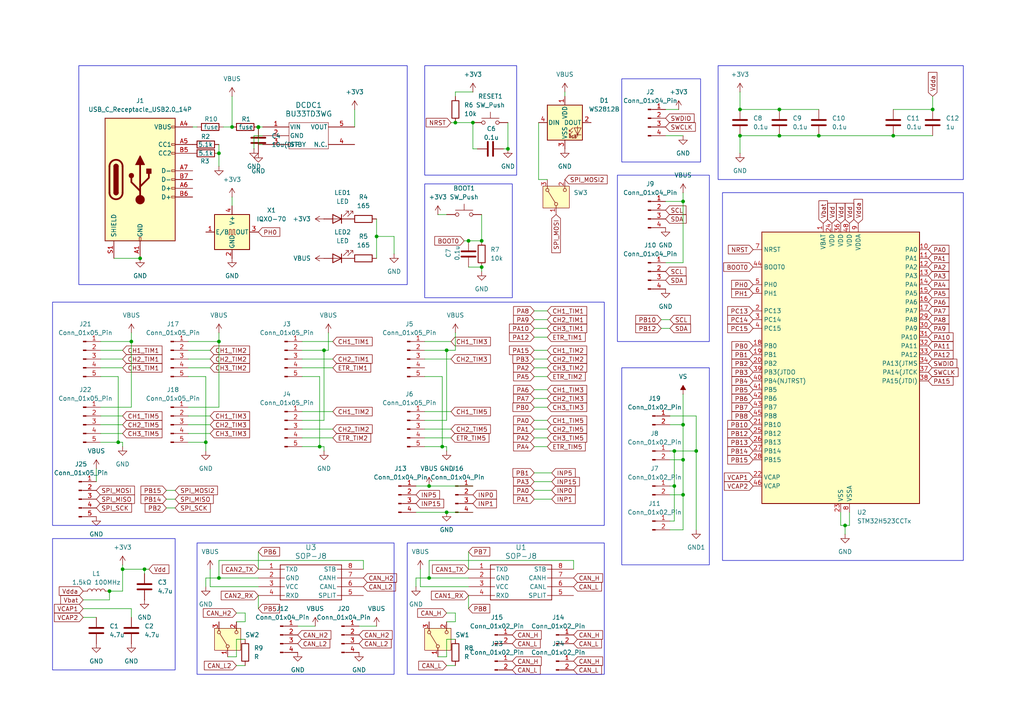
<source format=kicad_sch>
(kicad_sch (version 20250114) (generator "eeschema") (generator_version "9.0")
  (paper "A4")
  (rectangle (start 22.86 19.05) (end 118.11 82.55))
  (rectangle (start 209.55 55.88) (end 279.4 162.56))
  (rectangle (start 123.19 19.05) (end 149.86 50.8))
  (rectangle (start 180.34 106.68) (end 205.74 163.83))
  (rectangle (start 118.11 157.48) (end 175.26 195.58))
  (rectangle (start 123.19 53.34) (end 148.59 86.36))
  (rectangle (start 15.24 87.63) (end 175.26 152.4))
  (rectangle (start 179.07 50.8) (end 205.74 99.06))
  (rectangle (start 57.15 157.48) (end 114.3 195.58))
  (rectangle (start 15.24 156.21) (end 50.8 194.31))
  (rectangle (start 208.28 19.05) (end 279.4 52.07))
  (rectangle (start 180.34 22.86) (end 203.2 46.99))
  (junction (at 31.75 171.45))
  (junction (at 35.56 165.1))
  (junction (at 63.5 99.06))
  (junction (at 195.58 140.97))
  (junction (at 59.69 128.27))
  (junction (at 245.11 152.4))
  (junction (at 38.1 99.06))
  (junction (at 128.27 129.54))
  (junction (at 109.22 68.58))
  (junction (at 74.93 36.83))
  (junction (at 40.64 74.93))
  (junction (at 195.58 130.81))
  (junction (at 93.98 101.6))
  (junction (at 34.29 128.27))
  (junction (at 198.12 143.51))
  (junction (at 198.12 123.19))
  (junction (at 270.51 31.75))
  (junction (at 214.63 39.37))
  (junction (at 92.71 129.54))
  (junction (at 201.93 130.81))
  (junction (at 41.91 165.1))
  (junction (at 67.31 36.83))
  (junction (at 226.06 31.75))
  (junction (at 139.7 77.47))
  (junction (at 132.08 35.56))
  (junction (at 74.93 36.8964))
  (junction (at 259.08 39.37))
  (junction (at 214.63 31.75))
  (junction (at 63.5 44.45))
  (junction (at 137.16 35.56))
  (junction (at 129.54 148.59))
  (junction (at 237.49 39.37))
  (junction (at 198.12 133.35))
  (junction (at 135.89 69.85))
  (junction (at 139.7 69.85))
  (junction (at 147.32 43.18))
  (junction (at 63.5 167.64))
  (junction (at 129.54 101.6))
  (junction (at 198.12 58.42))
  (junction (at 124.46 140.97))
  (junction (at 226.06 39.37))
  (junction (at 124.46 167.64))
  (wire (pts (xy 214.63 26.67) (xy 214.63 31.75)))
  (wire (pts (xy 132.08 26.67) (xy 132.08 27.94)))
  (wire (pts (xy 130.81 35.56) (xy 132.08 35.56)))
  (wire (pts (xy 34.29 109.22) (xy 29.21 109.22)))
  (wire (pts (xy 226.06 31.75) (xy 237.49 31.75)))
  (wire (pts (xy 270.51 27.94) (xy 270.51 31.75)))
  (wire (pts (xy 35.56 171.45) (xy 31.75 171.45)))
  (wire (pts (xy 132.08 185.42) (xy 129.54 185.42)))
  (wire (pts (xy 191.77 92.71) (xy 194.31 92.71)))
  (wire (pts (xy 87.63 109.22) (xy 92.71 109.22)))
  (wire (pts (xy 92.71 109.22) (xy 92.71 129.54)))
  (wire (pts (xy 135.89 160.02) (xy 135.89 165.1)))
  (wire (pts (xy 128.27 109.22) (xy 128.27 129.54)))
  (wire (pts (xy 87.63 121.92) (xy 93.98 121.92)))
  (wire (pts (xy 59.69 167.64) (xy 59.69 170.18)))
  (wire (pts (xy 74.93 36.83) (xy 76.2 36.83)))
  (wire (pts (xy 154.94 121.92) (xy 158.75 121.92)))
  (wire (pts (xy 38.1 99.06) (xy 38.1 118.11)))
  (wire (pts (xy 198.12 55.88) (xy 198.12 58.42)))
  (wire (pts (xy 132.08 180.34) (xy 132.08 177.8)))
  (wire (pts (xy 35.56 128.27) (xy 35.56 129.54)))
  (wire (pts (xy 154.94 109.22) (xy 158.75 109.22)))
  (wire (pts (xy 29.21 120.65) (xy 35.56 120.65)))
  (wire (pts (xy 29.21 125.73) (xy 35.56 125.73)))
  (wire (pts (xy 139.7 78.74) (xy 139.7 77.47)))
  (wire (pts (xy 121.92 170.18) (xy 135.89 170.18)))
  (wire (pts (xy 194.31 133.35) (xy 198.12 133.35)))
  (wire (pts (xy 194.31 153.67) (xy 198.12 153.67)))
  (wire (pts (xy 154.94 101.6) (xy 158.75 101.6)))
  (wire (pts (xy 31.75 173.99) (xy 31.75 171.45)))
  (wire (pts (xy 129.54 121.92) (xy 123.19 121.92)))
  (wire (pts (xy 194.31 123.19) (xy 198.12 123.19)))
  (wire (pts (xy 129.54 148.59) (xy 137.16 148.59)))
  (wire (pts (xy 87.63 101.6) (xy 93.98 101.6)))
  (wire (pts (xy 87.63 106.68) (xy 96.52 106.68)))
  (wire (pts (xy 114.3 68.58) (xy 114.3 73.66)))
  (wire (pts (xy 123.19 127) (xy 130.81 127)))
  (wire (pts (xy 54.61 123.19) (xy 60.96 123.19)))
  (wire (pts (xy 92.71 129.54) (xy 87.63 129.54)))
  (wire (pts (xy 154.94 104.14) (xy 158.75 104.14)))
  (wire (pts (xy 123.19 129.54) (xy 128.27 129.54)))
  (wire (pts (xy 156.21 35.56) (xy 156.21 52.07)))
  (wire (pts (xy 129.54 101.6) (xy 129.54 121.92)))
  (wire (pts (xy 154.94 137.16) (xy 160.02 137.16)))
  (wire (pts (xy 154.94 129.54) (xy 158.75 129.54)))
  (wire (pts (xy 130.81 124.46) (xy 123.19 124.46)))
  (wire (pts (xy 48.26 142.24) (xy 50.8 142.24)))
  (wire (pts (xy 154.94 139.7) (xy 160.02 139.7)))
  (wire (pts (xy 86.36 181.61) (xy 91.44 181.61)))
  (wire (pts (xy 154.94 113.03) (xy 158.75 113.03)))
  (wire (pts (xy 198.12 123.19) (xy 198.12 133.35)))
  (wire (pts (xy 29.21 101.6) (xy 35.56 101.6)))
  (wire (pts (xy 214.63 31.75) (xy 226.06 31.75)))
  (wire (pts (xy 29.21 104.14) (xy 35.56 104.14)))
  (wire (pts (xy 38.1 96.52) (xy 38.1 99.06)))
  (wire (pts (xy 154.94 92.71) (xy 158.75 92.71)))
  (wire (pts (xy 195.58 151.13) (xy 195.58 140.97)))
  (wire (pts (xy 193.04 76.2) (xy 198.12 76.2)))
  (wire (pts (xy 135.89 176.53) (xy 135.89 172.72)))
  (wire (pts (xy 132.08 193.04) (xy 129.54 193.04)))
  (wire (pts (xy 71.12 185.42) (xy 68.58 185.42)))
  (wire (pts (xy 93.98 121.92) (xy 93.98 101.6)))
  (wire (pts (xy 154.94 144.78) (xy 160.02 144.78)))
  (wire (pts (xy 154.94 142.24) (xy 160.02 142.24)))
  (wire (pts (xy 63.5 99.06) (xy 63.5 118.11)))
  (wire (pts (xy 132.08 96.52) (xy 132.08 101.6)))
  (wire (pts (xy 154.94 95.25) (xy 158.75 95.25)))
  (wire (pts (xy 166.37 162.56) (xy 124.46 162.56)))
  (wire (pts (xy 129.54 62.23) (xy 127 62.23)))
  (wire (pts (xy 191.77 95.25) (xy 194.31 95.25)))
  (wire (pts (xy 194.31 130.81) (xy 195.58 130.81)))
  (wire (pts (xy 74.93 36.8964) (xy 74.93 36.83)))
  (wire (pts (xy 132.08 35.56) (xy 137.16 35.56)))
  (wire (pts (xy 63.5 99.06) (xy 54.61 99.06)))
  (wire (pts (xy 237.49 39.37) (xy 259.08 39.37)))
  (wire (pts (xy 128.27 129.54) (xy 129.54 129.54)))
  (wire (pts (xy 193.04 39.37) (xy 198.12 39.37)))
  (wire (pts (xy 29.21 106.68) (xy 35.56 106.68)))
  (wire (pts (xy 154.94 124.46) (xy 158.75 124.46)))
  (wire (pts (xy 132.08 101.6) (xy 129.54 101.6)))
  (wire (pts (xy 29.21 123.19) (xy 35.56 123.19)))
  (wire (pts (xy 123.19 101.6) (xy 129.54 101.6)))
  (wire (pts (xy 198.12 133.35) (xy 198.12 143.51)))
  (wire (pts (xy 59.69 109.22) (xy 54.61 109.22)))
  (wire (pts (xy 96.52 99.06) (xy 87.63 99.06)))
  (wire (pts (xy 96.52 124.46) (xy 87.63 124.46)))
  (wire (pts (xy 130.81 119.38) (xy 123.19 119.38)))
  (wire (pts (xy 59.69 128.27) (xy 54.61 128.27)))
  (wire (pts (xy 135.89 77.47) (xy 139.7 77.47)))
  (wire (pts (xy 120.65 148.59) (xy 129.54 148.59)))
  (wire (pts (xy 54.61 120.65) (xy 60.96 120.65)))
  (wire (pts (xy 74.93 176.53) (xy 74.93 172.72)))
  (wire (pts (xy 24.13 179.07) (xy 27.94 179.07)))
  (wire (pts (xy 134.62 69.85) (xy 135.89 69.85)))
  (wire (pts (xy 68.58 180.34) (xy 71.12 180.34)))
  (wire (pts (xy 245.11 154.94) (xy 245.11 152.4)))
  (wire (pts (xy 214.63 39.37) (xy 214.63 44.45)))
  (wire (pts (xy 35.56 165.1) (xy 41.91 165.1)))
  (wire (pts (xy 195.58 130.81) (xy 195.58 140.97)))
  (wire (pts (xy 73.66 39.37) (xy 73.66 43.18)))
  (wire (pts (xy 259.08 39.37) (xy 270.51 39.37)))
  (wire (pts (xy 38.1 99.06) (xy 29.21 99.06)))
  (wire (pts (xy 129.54 180.34) (xy 132.08 180.34)))
  (wire (pts (xy 93.98 130.81) (xy 93.98 129.54)))
  (wire (pts (xy 154.94 106.68) (xy 158.75 106.68)))
  (wire (pts (xy 135.89 69.85) (xy 139.7 69.85)))
  (wire (pts (xy 198.12 76.2) (xy 198.12 58.42)))
  (wire (pts (xy 96.52 104.14) (xy 87.63 104.14)))
  (wire (pts (xy 60.96 165.1) (xy 60.96 170.18)))
  (wire (pts (xy 154.94 127) (xy 158.75 127)))
  (wire (pts (xy 114.3 68.58) (xy 109.22 68.58)))
  (wire (pts (xy 132.08 177.8) (xy 129.54 177.8)))
  (wire (pts (xy 102.87 31.75) (xy 102.87 36.83)))
  (wire (pts (xy 120.65 167.64) (xy 124.46 167.64)))
  (wire (pts (xy 166.37 165.1) (xy 166.37 162.56)))
  (wire (pts (xy 201.93 153.67) (xy 201.93 130.81)))
  (wire (pts (xy 198.12 114.3) (xy 198.12 123.19)))
  (wire (pts (xy 154.94 115.57) (xy 158.75 115.57)))
  (wire (pts (xy 226.06 39.37) (xy 237.49 39.37)))
  (wire (pts (xy 60.96 170.18) (xy 74.93 170.18)))
  (wire (pts (xy 132.08 26.67) (xy 137.16 26.67)))
  (wire (pts (xy 129.54 185.42) (xy 129.54 190.5)))
  (wire (pts (xy 193.04 31.75) (xy 196.85 31.75)))
  (wire (pts (xy 121.92 165.1) (xy 121.92 170.18)))
  (wire (pts (xy 33.02 74.93) (xy 40.64 74.93)))
  (wire (pts (xy 246.38 152.4) (xy 245.11 152.4)))
  (wire (pts (xy 48.26 144.78) (xy 50.8 144.78)))
  (wire (pts (xy 59.69 109.22) (xy 59.69 128.27)))
  (wire (pts (xy 34.29 128.27) (xy 29.21 128.27)))
  (wire (pts (xy 93.98 129.54) (xy 92.71 129.54)))
  (wire (pts (xy 54.61 125.73) (xy 60.96 125.73)))
  (wire (pts (xy 74.93 41.91) (xy 74.93 36.8964)))
  (wire (pts (xy 73.66 39.37) (xy 76.2 39.37)))
  (wire (pts (xy 163.83 26.67) (xy 163.83 27.94)))
  (wire (pts (xy 38.1 179.07) (xy 38.1 176.53)))
  (wire (pts (xy 67.31 27.94) (xy 67.31 36.83)))
  (wire (pts (xy 71.12 177.8) (xy 68.58 177.8)))
  (wire (pts (xy 154.94 118.11) (xy 158.75 118.11)))
  (wire (pts (xy 55.88 36.83) (xy 57.15 36.83)))
  (wire (pts (xy 201.93 120.65) (xy 201.93 130.81)))
  (wire (pts (xy 154.94 97.79) (xy 158.75 97.79)))
  (wire (pts (xy 214.63 39.37) (xy 226.06 39.37)))
  (wire (pts (xy 195.58 140.97) (xy 194.31 140.97)))
  (wire (pts (xy 104.14 181.61) (xy 109.22 181.61)))
  (wire (pts (xy 95.25 101.6) (xy 93.98 101.6)))
  (wire (pts (xy 74.93 160.02) (xy 74.93 165.1)))
  (wire (pts (xy 139.7 62.23) (xy 139.7 69.85)))
  (wire (pts (xy 63.5 41.91) (xy 63.5 44.45)))
  (wire (pts (xy 38.1 176.53) (xy 24.13 176.53)))
  (wire (pts (xy 129.54 129.54) (xy 129.54 130.81)))
  (wire (pts (xy 201.93 130.81) (xy 195.58 130.81)))
  (wire (pts (xy 43.18 165.1) (xy 41.91 165.1)))
  (wire (pts (xy 64.77 36.83) (xy 67.31 36.83)))
  (wire (pts (xy 124.46 140.97) (xy 137.16 140.97)))
  (wire (pts (xy 194.31 151.13) (xy 195.58 151.13)))
  (wire (pts (xy 54.61 106.68) (xy 60.96 106.68)))
  (wire (pts (xy 120.65 167.64) (xy 120.65 170.18)))
  (wire (pts (xy 59.69 128.27) (xy 59.69 130.81)))
  (wire (pts (xy 48.26 147.32) (xy 50.8 147.32)))
  (wire (pts (xy 259.08 31.75) (xy 270.51 31.75)))
  (wire (pts (xy 74.93 41.91) (xy 76.2 41.91)))
  (wire (pts (xy 59.69 167.64) (xy 63.5 167.64)))
  (wire (pts (xy 245.11 152.4) (xy 243.84 152.4)))
  (wire (pts (xy 246.38 148.59) (xy 246.38 152.4)))
  (wire (pts (xy 120.65 140.97) (xy 124.46 140.97)))
  (wire (pts (xy 35.56 163.83) (xy 35.56 165.1)))
  (wire (pts (xy 130.81 104.14) (xy 123.19 104.14)))
  (wire (pts (xy 27.94 135.89) (xy 27.94 139.7)))
  (wire (pts (xy 194.31 120.65) (xy 201.93 120.65)))
  (wire (pts (xy 198.12 58.42) (xy 193.04 58.42)))
  (wire (pts (xy 71.12 193.04) (xy 68.58 193.04)))
  (wire (pts (xy 71.12 180.34) (xy 71.12 177.8)))
  (wire (pts (xy 67.31 57.15) (xy 67.31 59.69)))
  (wire (pts (xy 87.63 127) (xy 96.52 127)))
  (wire (pts (xy 105.41 162.56) (xy 63.5 162.56)))
  (wire (pts (xy 68.58 185.42) (xy 68.58 190.5)))
  (wire (pts (xy 156.21 52.07) (xy 158.75 52.07)))
  (wire (pts (xy 124.46 162.56) (xy 124.46 167.64)))
  (wire (pts (xy 63.5 167.64) (xy 74.93 167.64)))
  (wire (pts (xy 109.22 68.58) (xy 109.22 74.93)))
  (wire (pts (xy 137.16 43.18) (xy 137.16 35.56)))
  (wire (pts (xy 35.56 128.27) (xy 34.29 128.27)))
  (wire (pts (xy 54.61 101.6) (xy 60.96 101.6)))
  (wire (pts (xy 123.19 109.22) (xy 128.27 109.22)))
  (wire (pts (xy 38.1 118.11) (xy 29.21 118.11)))
  (wire (pts (xy 146.05 43.18) (xy 147.32 43.18)))
  (wire (pts (xy 96.52 119.38) (xy 87.63 119.38)))
  (wire (pts (xy 68.58 190.5) (xy 66.04 190.5)))
  (wire (pts (xy 138.43 43.18) (xy 137.16 43.18)))
  (wire (pts (xy 105.41 165.1) (xy 105.41 162.56)))
  (wire (pts (xy 109.22 63.5) (xy 109.22 68.58)))
  (wire (pts (xy 154.94 90.17) (xy 158.75 90.17)))
  (wire (pts (xy 95.25 96.52) (xy 95.25 101.6)))
  (wire (pts (xy 63.5 96.52) (xy 63.5 99.06)))
  (wire (pts (xy 198.12 143.51) (xy 198.12 153.67)))
  (wire (pts (xy 147.32 35.56) (xy 147.32 43.18)))
  (wire (pts (xy 63.5 118.11) (xy 54.61 118.11)))
  (wire (pts (xy 24.13 173.99) (xy 31.75 173.99)))
  (wire (pts (xy 35.56 165.1) (xy 35.56 171.45)))
  (wire (pts (xy 194.31 143.51) (xy 198.12 143.51)))
  (wire (pts (xy 130.81 99.06) (xy 123.19 99.06)))
  (wire (pts (xy 124.46 167.64) (xy 135.89 167.64)))
  (wire (pts (xy 41.91 166.37) (xy 41.91 165.1)))
  (wire (pts (xy 63.5 162.56) (xy 63.5 167.64)))
  (wire (pts (xy 129.54 190.5) (xy 127 190.5)))
  (wire (pts (xy 54.61 104.14) (xy 60.96 104.14)))
  (wire (pts (xy 34.29 109.22) (xy 34.29 128.27)))
  (wire (pts (xy 63.5 48.26) (xy 63.5 44.45)))
  (wire (pts (xy 243.84 152.4) (xy 243.84 148.59)))
  (global_label "PB1" (shape input) (at 218.44 102.87 180) (property "Intersheetrefs" "${INTERSHEET_REFS}" (effects (hide yes))))
  (global_label "CH3_TIM3" (shape input) (at 60.96 125.73 0) (property "Intersheetrefs" "${INTERSHEET_REFS}" (effects (hide yes))))
  (global_label "PA1" (shape input) (at 269.24 74.93 0) (property "Intersheetrefs" "${INTERSHEET_REFS}" (effects (hide yes))))
  (global_label "SWCLK" (shape input) (at 193.04 36.83 0) (property "Intersheetrefs" "${INTERSHEET_REFS}" (effects (hide yes))))
  (global_label "PA1" (shape input) (at 154.94 124.46 180) (property "Intersheetrefs" "${INTERSHEET_REFS}" (effects (hide yes))))
  (global_label "INP15" (shape input) (at 120.65 146.05 0) (property "Intersheetrefs" "${INTERSHEET_REFS}" (effects (hide yes))))
  (global_label "CH2_TIM5" (shape input) (at 158.75 124.46 0) (property "Intersheetrefs" "${INTERSHEET_REFS}" (effects (hide yes))))
  (global_label "PB6" (shape input) (at 74.93 160.02 0) (property "Intersheetrefs" "${INTERSHEET_REFS}" (effects (hide yes))))
  (global_label "PA3" (shape input) (at 154.94 139.7 180) (property "Intersheetrefs" "${INTERSHEET_REFS}" (effects (hide yes))))
  (global_label "SPI_MISO" (shape input) (at 50.8 144.78 0) (property "Intersheetrefs" "${INTERSHEET_REFS}" (effects (hide yes))))
  (global_label "INP1" (shape input) (at 137.16 146.05 0) (property "Intersheetrefs" "${INTERSHEET_REFS}" (effects (hide yes))))
  (global_label "BOOT0" (shape input) (at 134.62 69.85 180) (property "Intersheetrefs" "${INTERSHEET_REFS}" (effects (hide yes))))
  (global_label "CAN_H" (shape input) (at 148.59 184.15 0) (property "Intersheetrefs" "${INTERSHEET_REFS}" (effects (hide yes))))
  (global_label "INP0" (shape input) (at 160.02 142.24 0) (property "Intersheetrefs" "${INTERSHEET_REFS}" (effects (hide yes))))
  (global_label "Vdda" (shape input) (at 24.13 171.45 180) (property "Intersheetrefs" "${INTERSHEET_REFS}" (effects (hide yes))))
  (global_label "ETR_TIM1" (shape input) (at 96.52 106.68 0) (property "Intersheetrefs" "${INTERSHEET_REFS}" (effects (hide yes))))
  (global_label "SWDIO" (shape input) (at 269.24 105.41 0) (property "Intersheetrefs" "${INTERSHEET_REFS}" (effects (hide yes))))
  (global_label "CAN_L" (shape input) (at 166.37 186.69 0) (property "Intersheetrefs" "${INTERSHEET_REFS}" (effects (hide yes))))
  (global_label "PB5" (shape input) (at 74.93 176.53 0) (property "Intersheetrefs" "${INTERSHEET_REFS}" (effects (hide yes))))
  (global_label "VCAP2" (shape input) (at 24.13 179.07 180) (property "Intersheetrefs" "${INTERSHEET_REFS}" (effects (hide yes))))
  (global_label "PA10" (shape input) (at 154.94 95.25 180) (property "Intersheetrefs" "${INTERSHEET_REFS}" (effects (hide yes))))
  (global_label "SPI_MOSI" (shape input) (at 27.94 142.24 0) (property "Intersheetrefs" "${INTERSHEET_REFS}" (effects (hide yes))))
  (global_label "Vdda" (shape input) (at 248.92 64.77 90) (property "Intersheetrefs" "${INTERSHEET_REFS}" (effects (hide yes))))
  (global_label "PB10" (shape input) (at 218.44 123.19 180) (property "Intersheetrefs" "${INTERSHEET_REFS}" (effects (hide yes))))
  (global_label "CH2_TIM3" (shape input) (at 60.96 123.19 0) (property "Intersheetrefs" "${INTERSHEET_REFS}" (effects (hide yes))))
  (global_label "PB2" (shape input) (at 218.44 105.41 180) (property "Intersheetrefs" "${INTERSHEET_REFS}" (effects (hide yes))))
  (global_label "PB15" (shape input) (at 48.26 142.24 180) (property "Intersheetrefs" "${INTERSHEET_REFS}" (effects (hide yes))))
  (global_label "CAN_L" (shape input) (at 166.37 194.31 0) (property "Intersheetrefs" "${INTERSHEET_REFS}" (effects (hide yes))))
  (global_label "Vdda" (shape input) (at 270.51 27.94 90) (property "Intersheetrefs" "${INTERSHEET_REFS}" (effects (hide yes))))
  (global_label "Vdd" (shape input) (at 243.84 64.77 90) (property "Intersheetrefs" "${INTERSHEET_REFS}" (effects (hide yes))))
  (global_label "PA6" (shape input) (at 154.94 113.03 180) (property "Intersheetrefs" "${INTERSHEET_REFS}" (effects (hide yes))))
  (global_label "Vbat" (shape input) (at 238.76 64.77 90) (property "Intersheetrefs" "${INTERSHEET_REFS}" (effects (hide yes))))
  (global_label "PB13" (shape input) (at 218.44 128.27 180) (property "Intersheetrefs" "${INTERSHEET_REFS}" (effects (hide yes))))
  (global_label "SPI_SCK" (shape input) (at 27.94 147.32 0) (property "Intersheetrefs" "${INTERSHEET_REFS}" (effects (hide yes))))
  (global_label "PA4" (shape input) (at 154.94 129.54 180) (property "Intersheetrefs" "${INTERSHEET_REFS}" (effects (hide yes))))
  (global_label "PB7" (shape input) (at 135.89 160.02 0) (property "Intersheetrefs" "${INTERSHEET_REFS}" (effects (hide yes))))
  (global_label "PA4" (shape input) (at 269.24 82.55 0) (property "Intersheetrefs" "${INTERSHEET_REFS}" (effects (hide yes))))
  (global_label "INP15" (shape input) (at 160.02 139.7 0) (property "Intersheetrefs" "${INTERSHEET_REFS}" (effects (hide yes))))
  (global_label "CH3_TIM5" (shape input) (at 158.75 127 0) (property "Intersheetrefs" "${INTERSHEET_REFS}" (effects (hide yes))))
  (global_label "PH0" (shape input) (at 218.44 82.55 180) (property "Intersheetrefs" "${INTERSHEET_REFS}" (effects (hide yes))))
  (global_label "PA7" (shape input) (at 269.24 90.17 0) (property "Intersheetrefs" "${INTERSHEET_REFS}" (effects (hide yes))))
  (global_label "CH2_TIM2" (shape input) (at 60.96 104.14 0) (property "Intersheetrefs" "${INTERSHEET_REFS}" (effects (hide yes))))
  (global_label "CH3_TIM3" (shape input) (at 158.75 118.11 0) (property "Intersheetrefs" "${INTERSHEET_REFS}" (effects (hide yes))))
  (global_label "SPI_MOSI2" (shape input) (at 163.83 52.07 0) (property "Intersheetrefs" "${INTERSHEET_REFS}" (effects (hide yes))))
  (global_label "CAN_L2" (shape input) (at 104.14 186.69 0) (property "Intersheetrefs" "${INTERSHEET_REFS}" (effects (hide yes))))
  (global_label "SDA" (shape input) (at 193.04 63.5 0) (property "Intersheetrefs" "${INTERSHEET_REFS}" (effects (hide yes))))
  (global_label "SCL" (shape input) (at 193.04 60.96 0) (property "Intersheetrefs" "${INTERSHEET_REFS}" (effects (hide yes))))
  (global_label "CH3_TIM1" (shape input) (at 158.75 95.25 0) (property "Intersheetrefs" "${INTERSHEET_REFS}" (effects (hide yes))))
  (global_label "CH1_TIM2" (shape input) (at 158.75 101.6 0) (property "Intersheetrefs" "${INTERSHEET_REFS}" (effects (hide yes))))
  (global_label "CAN_H2" (shape input) (at 86.36 184.15 0) (property "Intersheetrefs" "${INTERSHEET_REFS}" (effects (hide yes))))
  (global_label "SCL" (shape input) (at 194.31 92.71 0) (property "Intersheetrefs" "${INTERSHEET_REFS}" (effects (hide yes))))
  (global_label "CH2_TIM3" (shape input) (at 130.81 104.14 0) (property "Intersheetrefs" "${INTERSHEET_REFS}" (effects (hide yes))))
  (global_label "PB10" (shape input) (at 191.77 92.71 180) (property "Intersheetrefs" "${INTERSHEET_REFS}" (effects (hide yes))))
  (global_label "CH1_TIM3" (shape input) (at 158.75 113.03 0) (property "Intersheetrefs" "${INTERSHEET_REFS}" (effects (hide yes))))
  (global_label "PA15" (shape input) (at 154.94 101.6 180) (property "Intersheetrefs" "${INTERSHEET_REFS}" (effects (hide yes))))
  (global_label "PA15" (shape input) (at 269.24 110.49 0) (property "Intersheetrefs" "${INTERSHEET_REFS}" (effects (hide yes))))
  (global_label "CAN_H2" (shape input) (at 104.14 184.15 0) (property "Intersheetrefs" "${INTERSHEET_REFS}" (effects (hide yes))))
  (global_label "PA5" (shape input) (at 154.94 109.22 180) (property "Intersheetrefs" "${INTERSHEET_REFS}" (effects (hide yes))))
  (global_label "INP5" (shape input) (at 160.02 137.16 0) (property "Intersheetrefs" "${INTERSHEET_REFS}" (effects (hide yes))))
  (global_label "PA11" (shape input) (at 269.24 100.33 0) (property "Intersheetrefs" "${INTERSHEET_REFS}" (effects (hide yes))))
  (global_label "PB3" (shape input) (at 218.44 107.95 180) (property "Intersheetrefs" "${INTERSHEET_REFS}" (effects (hide yes))))
  (global_label "CH2_TIM1" (shape input) (at 158.75 92.71 0) (property "Intersheetrefs" "${INTERSHEET_REFS}" (effects (hide yes))))
  (global_label "PA12" (shape input) (at 269.24 102.87 0) (property "Intersheetrefs" "${INTERSHEET_REFS}" (effects (hide yes))))
  (global_label "PB8" (shape input) (at 135.89 176.53 0) (property "Intersheetrefs" "${INTERSHEET_REFS}" (effects (hide yes))))
  (global_label "CAN_L2" (shape input) (at 105.41 170.18 0) (property "Intersheetrefs" "${INTERSHEET_REFS}" (effects (hide yes))))
  (global_label "Vdd" (shape input) (at 241.3 64.77 90) (property "Intersheetrefs" "${INTERSHEET_REFS}" (effects (hide yes))))
  (global_label "PA8" (shape input) (at 269.24 92.71 0) (property "Intersheetrefs" "${INTERSHEET_REFS}" (effects (hide yes))))
  (global_label "PA0" (shape input) (at 269.24 72.39 0) (property "Intersheetrefs" "${INTERSHEET_REFS}" (effects (hide yes))))
  (global_label "PA7" (shape input) (at 154.94 115.57 180) (property "Intersheetrefs" "${INTERSHEET_REFS}" (effects (hide yes))))
  (global_label "CH1_TIM1" (shape input) (at 158.75 90.17 0) (property "Intersheetrefs" "${INTERSHEET_REFS}" (effects (hide yes))))
  (global_label "SPI_MOSI" (shape input) (at 161.29 62.23 270) (property "Intersheetrefs" "${INTERSHEET_REFS}" (effects (hide yes))))
  (global_label "CH3_TIM2" (shape input) (at 158.75 106.68 0) (property "Intersheetrefs" "${INTERSHEET_REFS}" (effects (hide yes))))
  (global_label "CH1_TIM1" (shape input) (at 35.56 101.6 0) (property "Intersheetrefs" "${INTERSHEET_REFS}" (effects (hide yes))))
  (global_label "CH2_TIM5" (shape input) (at 130.81 124.46 0) (property "Intersheetrefs" "${INTERSHEET_REFS}" (effects (hide yes))))
  (global_label "CH3_TIM5" (shape input) (at 35.56 125.73 0) (property "Intersheetrefs" "${INTERSHEET_REFS}" (effects (hide yes))))
  (global_label "CH2_TIM2" (shape input) (at 96.52 124.46 0) (property "Intersheetrefs" "${INTERSHEET_REFS}" (effects (hide yes))))
  (global_label "Vbat" (shape input) (at 24.13 173.99 180) (property "Intersheetrefs" "${INTERSHEET_REFS}" (effects (hide yes))))
  (global_label "CAN_H" (shape input) (at 166.37 191.77 0) (property "Intersheetrefs" "${INTERSHEET_REFS}" (effects (hide yes))))
  (global_label "PC15" (shape input) (at 218.44 95.25 180) (property "Intersheetrefs" "${INTERSHEET_REFS}" (effects (hide yes))))
  (global_label "CH3_TIM2" (shape input) (at 60.96 106.68 0) (property "Intersheetrefs" "${INTERSHEET_REFS}" (effects (hide yes))))
  (global_label "PH1" (shape input) (at 218.44 85.09 180) (property "Intersheetrefs" "${INTERSHEET_REFS}" (effects (hide yes))))
  (global_label "CH1_TIM3" (shape input) (at 60.96 120.65 0) (property "Intersheetrefs" "${INTERSHEET_REFS}" (effects (hide yes))))
  (global_label "CAN_H" (shape input) (at 129.54 177.8 180) (property "Intersheetrefs" "${INTERSHEET_REFS}" (effects (hide yes))))
  (global_label "CH2_TIM1" (shape input) (at 35.56 104.14 0) (property "Intersheetrefs" "${INTERSHEET_REFS}" (effects (hide yes))))
  (global_label "PA6" (shape input) (at 269.24 87.63 0) (property "Intersheetrefs" "${INTERSHEET_REFS}" (effects (hide yes))))
  (global_label "PA2" (shape input) (at 269.24 77.47 0) (property "Intersheetrefs" "${INTERSHEET_REFS}" (effects (hide yes))))
  (global_label "CH1_TIM5" (shape input) (at 35.56 120.65 0) (property "Intersheetrefs" "${INTERSHEET_REFS}" (effects (hide yes))))
  (global_label "SPI_MOSI2" (shape input) (at 50.8 142.24 0) (property "Intersheetrefs" "${INTERSHEET_REFS}" (effects (hide yes))))
  (global_label "PA3" (shape input) (at 269.24 80.01 0) (property "Intersheetrefs" "${INTERSHEET_REFS}" (effects (hide yes))))
  (global_label "PB15" (shape input) (at 218.44 133.35 180) (property "Intersheetrefs" "${INTERSHEET_REFS}" (effects (hide yes))))
  (global_label "ETR_TIM2" (shape input) (at 158.75 109.22 0) (property "Intersheetrefs" "${INTERSHEET_REFS}" (effects (hide yes))))
  (global_label "CAN2_TX" (shape input) (at 74.93 165.1 180) (property "Intersheetrefs" "${INTERSHEET_REFS}" (effects (hide yes))))
  (global_label "PH0" (shape input) (at 74.93 67.31 0) (property "Intersheetrefs" "${INTERSHEET_REFS}" (effects (hide yes))))
  (global_label "INP1" (shape input) (at 160.02 144.78 0) (property "Intersheetrefs" "${INTERSHEET_REFS}" (effects (hide yes))))
  (global_label "VCAP1" (shape input) (at 218.44 138.43 180) (property "Intersheetrefs" "${INTERSHEET_REFS}" (effects (hide yes))))
  (global_label "ETR_TIM5" (shape input) (at 130.81 127 0) (property "Intersheetrefs" "${INTERSHEET_REFS}" (effects (hide yes))))
  (global_label "CH2_TIM1" (shape input) (at 96.52 104.14 0) (property "Intersheetrefs" "${INTERSHEET_REFS}" (effects (hide yes))))
  (global_label "CH2_TIM3" (shape input) (at 158.75 115.57 0) (property "Intersheetrefs" "${INTERSHEET_REFS}" (effects (hide yes))))
  (global_label "SCL" (shape input) (at 193.04 78.74 0) (property "Intersheetrefs" "${INTERSHEET_REFS}" (effects (hide yes))))
  (global_label "PB2" (shape input) (at 48.26 147.32 180) (property "Intersheetrefs" "${INTERSHEET_REFS}" (effects (hide yes))))
  (global_label "NRST" (shape input) (at 130.81 35.56 180) (property "Intersheetrefs" "${INTERSHEET_REFS}" (effects (hide yes))))
  (global_label "VCAP2" (shape input) (at 218.44 140.97 180) (property "Intersheetrefs" "${INTERSHEET_REFS}" (effects (hide yes))))
  (global_label "SPI_MISO" (shape input) (at 27.94 144.78 0) (property "Intersheetrefs" "${INTERSHEET_REFS}" (effects (hide yes))))
  (global_label "PA1" (shape input) (at 154.94 144.78 180) (property "Intersheetrefs" "${INTERSHEET_REFS}" (effects (hide yes))))
  (global_label "CH1_TIM5" (shape input) (at 158.75 121.92 0) (property "Intersheetrefs" "${INTERSHEET_REFS}" (effects (hide yes))))
  (global_label "PB12" (shape input) (at 218.44 125.73 180) (property "Intersheetrefs" "${INTERSHEET_REFS}" (effects (hide yes))))
  (global_label "CAN_H" (shape input) (at 166.37 184.15 0) (property "Intersheetrefs" "${INTERSHEET_REFS}" (effects (hide yes))))
  (global_label "PB8" (shape input) (at 218.44 120.65 180) (property "Intersheetrefs" "${INTERSHEET_REFS}" (effects (hide yes))))
  (global_label "CAN_L" (shape input) (at 166.37 170.18 0) (property "Intersheetrefs" "${INTERSHEET_REFS}" (effects (hide yes))))
  (global_label "CH1_TIM5" (shape input) (at 130.81 119.38 0) (property "Intersheetrefs" "${INTERSHEET_REFS}" (effects (hide yes))))
  (global_label "SPI_SCK" (shape input) (at 50.8 147.32 0) (property "Intersheetrefs" "${INTERSHEET_REFS}" (effects (hide yes))))
  (global_label "CAN_L" (shape input) (at 129.54 193.04 180) (property "Intersheetrefs" "${INTERSHEET_REFS}" (effects (hide yes))))
  (global_label "CAN_L" (shape input) (at 148.59 194.31 0) (property "Intersheetrefs" "${INTERSHEET_REFS}" (effects (hide yes))))
  (global_label "Vdd" (shape input) (at 246.38 64.77 90) (property "Intersheetrefs" "${INTERSHEET_REFS}" (effects (hide yes))))
  (global_label "PA10" (shape input) (at 269.24 97.79 0) (property "Intersheetrefs" "${INTERSHEET_REFS}" (effects (hide yes))))
  (global_label "CH1_TIM1" (shape input) (at 96.52 99.06 0) (property "Intersheetrefs" "${INTERSHEET_REFS}" (effects (hide yes))))
  (global_label "PA2" (shape input) (at 154.94 127 180) (property "Intersheetrefs" "${INTERSHEET_REFS}" (effects (hide yes))))
  (global_label "PB5" (shape input) (at 218.44 113.03 180) (property "Intersheetrefs" "${INTERSHEET_REFS}" (effects (hide yes))))
  (global_label "SDA" (shape input) (at 194.31 95.25 0) (property "Intersheetrefs" "${INTERSHEET_REFS}" (effects (hide yes))))
  (global_label "CH1_TIM2" (shape input) (at 96.52 119.38 0) (property "Intersheetrefs" "${INTERSHEET_REFS}" (effects (hide yes))))
  (global_label "CAN1_RX" (shape input) (at 135.89 172.72 180) (property "Intersheetrefs" "${INTERSHEET_REFS}" (effects (hide yes))))
  (global_label "CH2_TIM5" (shape input) (at 35.56 123.19 0) (property "Intersheetrefs" "${INTERSHEET_REFS}" (effects (hide yes))))
  (global_label "PB4" (shape input) (at 218.44 110.49 180) (property "Intersheetrefs" "${INTERSHEET_REFS}" (effects (hide yes))))
  (global_label "CAN2_RX" (shape input) (at 74.93 172.72 180) (property "Intersheetrefs" "${INTERSHEET_REFS}" (effects (hide yes))))
  (global_label "CAN_H2" (shape input) (at 105.41 167.64 0) (property "Intersheetrefs" "${INTERSHEET_REFS}" (effects (hide yes))))
  (global_label "CH2_TIM2" (shape input) (at 158.75 104.14 0) (property "Intersheetrefs" "${INTERSHEET_REFS}" (effects (hide yes))))
  (global_label "CAN1_TX" (shape input) (at 135.89 165.1 180) (property "Intersheetrefs" "${INTERSHEET_REFS}" (effects (hide yes))))
  (global_label "PB1" (shape input) (at 154.94 137.16 180) (property "Intersheetrefs" "${INTERSHEET_REFS}" (effects (hide yes))))
  (global_label "CAN_H" (shape input) (at 166.37 167.64 0) (property "Intersheetrefs" "${INTERSHEET_REFS}" (effects (hide yes))))
  (global_label "CH3_TIM1" (shape input) (at 35.56 106.68 0) (property "Intersheetrefs" "${INTERSHEET_REFS}" (effects (hide yes))))
  (global_label "PC14" (shape input) (at 218.44 92.71 180) (property "Intersheetrefs" "${INTERSHEET_REFS}" (effects (hide yes))))
  (global_label "ETR_TIM2" (shape input) (at 96.52 127 0) (property "Intersheetrefs" "${INTERSHEET_REFS}" (effects (hide yes))))
  (global_label "PC13" (shape input) (at 218.44 90.17 180) (property "Intersheetrefs" "${INTERSHEET_REFS}" (effects (hide yes))))
  (global_label "PB3" (shape input) (at 154.94 104.14 180) (property "Intersheetrefs" "${INTERSHEET_REFS}" (effects (hide yes))))
  (global_label "INP5" (shape input) (at 120.65 143.51 0) (property "Intersheetrefs" "${INTERSHEET_REFS}" (effects (hide yes))))
  (global_label "PA0" (shape input) (at 154.94 121.92 180) (property "Intersheetrefs" "${INTERSHEET_REFS}" (effects (hide yes))))
  (global_label "PB6" (shape input) (at 218.44 115.57 180) (property "Intersheetrefs" "${INTERSHEET_REFS}" (effects (hide yes))))
  (global_label "CAN_L2" (shape input) (at 86.36 186.69 0) (property "Intersheetrefs" "${INTERSHEET_REFS}" (effects (hide yes))))
  (global_label "CH1_TIM2" (shape input) (at 60.96 101.6 0) (property "Intersheetrefs" "${INTERSHEET_REFS}" (effects (hide yes))))
  (global_label "PA8" (shape input) (at 154.94 90.17 180) (property "Intersheetrefs" "${INTERSHEET_REFS}" (effects (hide yes))))
  (global_label "NRST" (shape input) (at 218.44 72.39 180) (property "Intersheetrefs" "${INTERSHEET_REFS}" (effects (hide yes))))
  (global_label "PB0" (shape input) (at 154.94 118.11 180) (property "Intersheetrefs" "${INTERSHEET_REFS}" (effects (hide yes))))
  (global_label "Vdd" (shape input) (at 43.18 165.1 0) (property "Intersheetrefs" "${INTERSHEET_REFS}" (effects (hide yes))))
  (global_label "ETR_TIM5" (shape input) (at 158.75 129.54 0) (property "Intersheetrefs" "${INTERSHEET_REFS}" (effects (hide yes))))
  (global_label "PA9" (shape input) (at 154.94 92.71 180) (property "Intersheetrefs" "${INTERSHEET_REFS}" (effects (hide yes))))
  (global_label "CAN_L2" (shape input) (at 68.58 193.04 180) (property "Intersheetrefs" "${INTERSHEET_REFS}" (effects (hide yes))))
  (global_label "CH1_TIM3" (shape input) (at 130.81 99.06 0) (property "Intersheetrefs" "${INTERSHEET_REFS}" (effects (hide yes))))
  (global_label "PB14" (shape input) (at 218.44 130.81 180) (property "Intersheetrefs" "${INTERSHEET_REFS}" (effects (hide yes))))
  (global_label "ETR_TIM1" (shape input) (at 158.75 97.79 0) (property "Intersheetrefs" "${INTERSHEET_REFS}" (effects (hide yes))))
  (global_label "BOOT0" (shape input) (at 218.44 77.47 180) (property "Intersheetrefs" "${INTERSHEET_REFS}" (effects (hide yes))))
  (global_label "CAN_L" (shape input) (at 148.59 186.69 0) (property "Intersheetrefs" "${INTERSHEET_REFS}" (effects (hide yes))))
  (global_label "SWCLK" (shape input) (at 269.24 107.95 0) (property "Intersheetrefs" "${INTERSHEET_REFS}" (effects (hide yes))))
  (global_label "PB7" (shape input) (at 218.44 118.11 180) (property "Intersheetrefs" "${INTERSHEET_REFS}" (effects (hide yes))))
  (global_label "PA12" (shape input) (at 154.94 97.79 180) (property "Intersheetrefs" "${INTERSHEET_REFS}" (effects (hide yes))))
  (global_label "PB12" (shape input) (at 191.77 95.25 180) (property "Intersheetrefs" "${INTERSHEET_REFS}" (effects (hide yes))))
  (global_label "PA9" (shape input) (at 269.24 95.25 0) (property "Intersheetrefs" "${INTERSHEET_REFS}" (effects (hide yes))))
  (global_label "PA0" (shape input) (at 154.94 142.24 180) (property "Intersheetrefs" "${INTERSHEET_REFS}" (effects (hide yes))))
  (global_label "PA2" (shape input) (at 154.94 106.68 180) (property "Intersheetrefs" "${INTERSHEET_REFS}" (effects (hide yes))))
  (global_label "SWDIO" (shape input) (at 193.04 34.29 0) (property "Intersheetrefs" "${INTERSHEET_REFS}" (effects (hide yes))))
  (global_label "PA5" (shape input) (at 269.24 85.09 0) (property "Intersheetrefs" "${INTERSHEET_REFS}" (effects (hide yes))))
  (global_label "PB14" (shape input) (at 48.26 144.78 180) (property "Intersheetrefs" "${INTERSHEET_REFS}" (effects (hide yes))))
  (global_label "CAN_H" (shape input) (at 148.59 191.77 0) (property "Intersheetrefs" "${INTERSHEET_REFS}" (effects (hide yes))))
  (global_label "VCAP1" (shape input) (at 24.13 176.53 180) (property "Intersheetrefs" "${INTERSHEET_REFS}" (effects (hide yes))))
  (global_label "SDA" (shape input) (at 193.04 81.28 0) (property "Intersheetrefs" "${INTERSHEET_REFS}" (effects (hide yes))))
  (global_label "PB0" (shape input) (at 218.44 100.33 180) (property "Intersheetrefs" "${INTERSHEET_REFS}" (effects (hide yes))))
  (global_label "INP0" (shape input) (at 137.16 143.51 0) (property "Intersheetrefs" "${INTERSHEET_REFS}" (effects (hide yes))))
  (global_label "CAN_H2" (shape input) (at 68.58 177.8 180) (property "Intersheetrefs" "${INTERSHEET_REFS}" (effects (hide yes))))
  (symbol (lib_id "Device:R") (at 71.12 189.23 0) (unit 1)
    (property "Reference" "R9" (at 73.66 187.9599 0) (effects (justify left)))
    (property "Value" "R" (at 73.66 190.4999 0) (effects (justify left)))
    (property "Footprint" "Resistor_SMD:R_0603_1608Metric_Pad0.98x0.95mm_HandSolder" (effects (hide yes)))
    (property "Description" "Resistor" (effects (hide yes)))
  )
  (symbol (lib_id "power:GND") (at 129.54 130.81 0) (unit 1)
    (property "Reference" "#PWR030" (effects (hide yes)))
    (property "Value" "GND" (at 129.54 135.89 0))
    (property "Description" "Power symbol creates a global label with name \"GND\" , ground" (effects (hide yes)))
  )
  (symbol (lib_id "power:GND") (at 193.04 66.04 0) (unit 1)
    (property "Reference" "#PWR015" (effects (hide yes)))
    (property "Value" "GND" (at 193.04 71.12 0))
    (property "Description" "Power symbol creates a global label with name \"GND\" , ground" (effects (hide yes)))
  )
  (symbol (lib_id "power:VBUS") (at 198.12 55.88 0) (unit 1)
    (property "Reference" "#PWR047" (effects (hide yes)))
    (property "Value" "VBUS" (at 198.12 50.8 0))
    (property "Description" "Power symbol creates a global label with name \"VBUS\"" (effects (hide yes)))
  )
  (symbol (lib_id "Device:C") (at 259.08 35.56 0) (unit 1)
    (property "Reference" "C11" (at 262.89 34.2899 0) (effects (justify left)))
    (property "Value" "0.1u" (at 262.89 36.8299 0) (effects (justify left)))
    (property "Footprint" "Capacitor_SMD:C_0603_1608Metric" (effects (hide yes)))
    (property "Description" "Unpolarized capacitor" (effects (hide yes)))
  )
  (symbol (lib_id "Device:C") (at 38.1 182.88 0) (unit 1)
    (property "Reference" "C2" (at 41.91 181.6099 0) (effects (justify left)))
    (property "Value" "4.7u" (at 41.91 184.1499 0) (effects (justify left)))
    (property "Footprint" "Capacitor_SMD:C_0603_1608Metric" (effects (hide yes)))
    (property "Description" "Unpolarized capacitor" (effects (hide yes)))
  )
  (symbol (lib_id "Device:R") (at 105.41 63.5 90) (unit 1)
    (property "Reference" "R4" (at 105.41 57.15 90))
    (property "Value" "165" (at 105.41 59.69 90))
    (property "Footprint" "Resistor_SMD:R_0603_1608Metric_Pad0.98x0.95mm_HandSolder" (effects (hide yes)))
    (property "Description" "Resistor" (effects (hide yes)))
  )
  (symbol (lib_id "power:+3V3") (at 93.98 63.5 90) (unit 1)
    (property "Reference" "#PWR012" (effects (hide yes)))
    (property "Value" "+3V3" (at 90.17 63.4999 90) (effects (justify left)))
    (property "Description" "Power symbol creates a global label with name \"+3V3\"" (effects (hide yes)))
  )
  (symbol (lib_id "power:GND") (at 59.69 170.18 0) (unit 1)
    (property "Reference" "#PWR043" (effects (hide yes)))
    (property "Value" "GND" (at 59.69 175.26 0))
    (property "Description" "Power symbol creates a global label with name \"GND\" , ground" (effects (hide yes)))
  )
  (symbol (lib_id "power:GND1") (at 201.93 153.67 0) (unit 1)
    (property "Reference" "#PWR024" (effects (hide yes)))
    (property "Value" "GND1" (at 201.93 158.75 0))
    (property "Description" "Power symbol creates a global label with name \"GND1\" , ground" (effects (hide yes)))
  )
  (symbol (lib_id "power:GND") (at 67.31 74.93 0) (unit 1)
    (property "Reference" "#PWR03" (effects (hide yes)))
    (property "Value" "GND" (at 67.31 80.01 0))
    (property "Description" "Power symbol creates a global label with name \"GND\" , ground" (effects (hide yes)))
  )
  (symbol (lib_id "power:+3V3") (at 35.56 163.83 0) (unit 1)
    (property "Reference" "#PWR04" (effects (hide yes)))
    (property "Value" "+3V3" (at 35.56 158.75 0))
    (property "Description" "Power symbol creates a global label with name \"+3V3\"" (effects (hide yes)))
  )
  (symbol (lib_id "Device:LED") (at 97.79 63.5 180) (unit 1)
    (property "Reference" "LED1" (at 99.3775 55.88 0))
    (property "Value" "LED" (at 99.3775 58.42 0))
    (property "Footprint" "LED_SMD:LED_0603_1608Metric_Pad1.05x0.95mm_HandSolder" (effects (hide yes)))
    (property "Description" "Light emitting diode" (effects (hide yes)))
  )
  (symbol (lib_id "power:GND") (at 147.32 43.18 0) (unit 1)
    (property "Reference" "#PWR020" (effects (hide yes)))
    (property "Value" "GND" (at 147.32 48.26 0))
    (property "Description" "Power symbol creates a global label with name \"GND\" , ground" (effects (hide yes)))
  )
  (symbol (lib_id "Connector:Conn_01x04_Pin") (at 132.08 143.51 0) (unit 1)
    (property "Reference" "J16" (at 132.715 135.89 0))
    (property "Value" "Conn_01x04_Pin" (at 132.715 138.43 0))
    (property "Footprint" "Connector_Hirose:Hirose_DF13-04P-1.25DSA_1x04_P1.25mm_Vertical" (effects (hide yes)))
    (property "Description" "Generic connector, single row, 01x04, script generated" (effects (hide yes)))
  )
  (symbol (lib_id "Device:R") (at 105.41 74.93 90) (unit 1)
    (property "Reference" "R5" (at 105.41 68.58 90))
    (property "Value" "165" (at 105.41 71.12 90))
    (property "Footprint" "Resistor_SMD:R_0603_1608Metric_Pad0.98x0.95mm_HandSolder" (effects (hide yes)))
    (property "Description" "Resistor" (effects (hide yes)))
  )
  (symbol (lib_id "Device:C") (at 270.51 35.56 0) (unit 1)
    (property "Reference" "C12" (at 274.32 34.2899 0) (effects (justify left)))
    (property "Value" "1u" (at 274.32 36.8299 0) (effects (justify left)))
    (property "Footprint" "Capacitor_SMD:C_0603_1608Metric" (effects (hide yes)))
    (property "Description" "Unpolarized capacitor" (effects (hide yes)))
  )
  (symbol (lib_id "2025-05-15_08-12-01:SOP-J8") (at 151.13 168.91 0) (unit 1)
    (property "Reference" "U1" (at 151.13 158.75 0) (effects (font (size 1.524 1.524))))
    (property "Value" "SOP-J8" (at 151.13 161.29 0) (effects (font (size 1.524 1.524))))
    (property "Footprint" "footprints2:SOP-J8" (effects (hide yes)))
    (property "Datasheet" "SOP-J8" (effects (hide yes)))
  )
  (symbol (lib_id "power:GND") (at 120.65 170.18 0) (unit 1)
    (property "Reference" "#PWR034" (effects (hide yes)))
    (property "Value" "GND" (at 120.65 175.26 0))
    (property "Description" "Power symbol creates a global label with name \"GND\" , ground" (effects (hide yes)))
  )
  (symbol (lib_id "Device:R") (at 59.69 41.91 270) (unit 1)
    (property "Reference" "R2" (at 60.96 39.624 90) (effects (justify right)))
    (property "Value" "5.1k" (at 61.722 41.91 90) (effects (justify right)))
    (property "Footprint" "Resistor_SMD:R_0603_1608Metric_Pad0.98x0.95mm_HandSolder" (effects (hide yes)))
    (property "Description" "Resistor" (effects (hide yes)))
  )
  (symbol (lib_id "Switch:SW_Wuerth_450301014042") (at 161.29 57.15 90) (unit 1)
    (property "Reference" "SW3" (at 166.37 55.8799 90) (effects (justify right)))
    (property "Value" "SW_Wuerth_450301014042" (effects (hide yes)))
    (property "Footprint" "Button_Switch_THT:SW_Slide-03_Wuerth-WS-SLTV_10x2.5x6.4_P2.54mm" (effects (hide yes)))
    (property "Datasheet" "https://www.we-online.com/components/products/datasheet/450301014042.pdf" (effects (hide yes)))
    (property "Description" "Switch slide, single pole double throw" (effects (hide yes)))
  )
  (symbol (lib_id "power:GND") (at 35.56 129.54 0) (unit 1)
    (property "Reference" "#PWR044" (effects (hide yes)))
    (property "Value" "GND" (at 35.56 134.62 0))
    (property "Description" "Power symbol creates a global label with name \"GND\" , ground" (effects (hide yes)))
  )
  (symbol (lib_id "power:+3V3") (at 67.31 57.15 0) (unit 1)
    (property "Reference" "#PWR02" (effects (hide yes)))
    (property "Value" "+3V3" (at 67.31 52.07 0))
    (property "Description" "Power symbol creates a global label with name \"+3V3\"" (effects (hide yes)))
  )
  (symbol (lib_id "Device:L") (at 27.94 171.45 90) (unit 1)
    (property "Reference" "L1" (at 27.94 166.37 90))
    (property "Value" "1.5kΩ 100MHz" (at 27.94 168.91 90))
    (property "Footprint" "Inductor_SMD:L_0805_2012Metric_Pad1.05x1.20mm_HandSolder" (effects (hide yes)))
    (property "Description" "Inductor" (effects (hide yes)))
  )
  (symbol (lib_id "Connector:Conn_01x04_Pin") (at 99.06 184.15 0) (unit 1)
    (property "Reference" "J20" (at 99.695 176.53 0))
    (property "Value" "Conn_01x04_Pin" (at 99.695 179.07 0))
    (property "Footprint" "Connector_PinHeader_2.54mm:PinHeader_1x04_P2.54mm_Horizontal" (effects (hide yes)))
    (property "Description" "Generic connector, single row, 01x04, script generated" (effects (hide yes)))
  )
  (symbol (lib_id "power:GND") (at 86.36 189.23 0) (unit 1)
    (property "Reference" "#PWR035" (effects (hide yes)))
    (property "Value" "GND" (at 86.36 194.31 0))
    (property "Description" "Power symbol creates a global label with name \"GND\" , ground" (effects (hide yes)))
  )
  (symbol (lib_id "Connector:Conn_01x05_Pin") (at 22.86 144.78 0) (unit 1)
    (property "Reference" "J25" (at 23.495 134.62 0))
    (property "Value" "Conn_01x05_Pin" (at 23.495 137.16 0))
    (property "Footprint" "Connector_Molex:Molex_KK-254_AE-6410-05A_1x05_P2.54mm_Vertical" (effects (hide yes)))
    (property "Description" "Generic connector, single row, 01x05, script generated" (effects (hide yes)))
  )
  (symbol (lib_id "Switch:SW_Push") (at 134.62 62.23 0) (unit 1)
    (property "Reference" "BOOT1" (at 134.62 54.61 0))
    (property "Value" "SW_Push" (at 134.62 57.15 0))
    (property "Footprint" "Button_Switch_SMD:SW_Tactile_SPST_NO_Straight_CK_PTS636Sx25SMTRLFS" (effects (hide yes)))
    (property "Description" "Push button switch, generic, two pins" (effects (hide yes)))
  )
  (symbol (lib_id "power:GND") (at 59.69 130.81 0) (unit 1)
    (property "Reference" "#PWR038" (effects (hide yes)))
    (property "Value" "GND" (at 59.69 135.89 0))
    (property "Description" "Power symbol creates a global label with name \"GND\" , ground" (effects (hide yes)))
  )
  (symbol (lib_id "Connector:Conn_01x05_Pin") (at 24.13 123.19 0) (unit 1)
    (property "Reference" "J22" (at 24.765 113.03 0))
    (property "Value" "Conn_01x05_Pin" (at 24.765 115.57 0))
    (property "Footprint" "Connector_Molex:Molex_KK-254_AE-6410-05A_1x05_P2.54mm_Vertical" (effects (hide yes)))
    (property "Description" "Generic connector, single row, 01x05, script generated" (effects (hide yes)))
  )
  (symbol (lib_id "Device:C") (at 74.93 40.7064 0) (unit 1)
    (property "Reference" "C4" (at 78.74 39.4363 0) (effects (justify left)))
    (property "Value" "10u(DFP" (at 78.74 41.9763 0) (effects (justify left)))
    (property "Footprint" "Capacitor_SMD:C_0603_1608Metric" (effects (hide yes)))
    (property "Description" "Unpolarized capacitor" (effects (hide yes)))
  )
  (symbol (lib_id "power:GND") (at 73.66 43.18 0) (unit 1)
    (property "Reference" "#PWR011" (effects (hide yes)))
    (property "Value" "GND" (at 73.66 48.26 0))
    (property "Description" "Power symbol creates a global label with name \"GND\" , ground" (effects (hide yes)))
  )
  (symbol (lib_id "power:GND") (at 114.3 73.66 0) (unit 1)
    (property "Reference" "#PWR017" (effects (hide yes)))
    (property "Value" "GND" (at 114.3 78.74 0))
    (property "Description" "Power symbol creates a global label with name \"GND\" , ground" (effects (hide yes)))
  )
  (symbol (lib_id "MCU_ST_STM32H5:STM32H523CCTx") (at 243.84 107.95 0) (unit 1)
    (property "Reference" "U2" (at 248.5741 148.59 0) (effects (justify left)))
    (property "Value" "STM32H523CCTx" (at 248.5741 151.13 0) (effects (justify left)))
    (property "Footprint" "Package_QFP:LQFP-48_7x7mm_P0.5mm" (effects (hide yes)))
    (property "Datasheet" "https://www.st.com/resource/en/datasheet/stm32h523cc.pdf" (effects (hide yes)))
    (property "Description" "STMicroelectronics Arm Cortex-M33 MCU, 256KB flash, 272KB RAM, 35 GPIO, LQFP48" (effects (hide yes)))
  )
  (symbol (lib_id "power:+3V3") (at 127 62.23 0) (unit 1)
    (property "Reference" "#PWR019" (effects (hide yes)))
    (property "Value" "+3V3" (at 127 57.15 0))
    (property "Description" "Power symbol creates a global label with name \"+3V3\"" (effects (hide yes)))
  )
  (symbol (lib_id "power:VBUS") (at 124.46 140.97 0) (unit 1)
    (property "Reference" "#PWR042" (effects (hide yes)))
    (property "Value" "VBUS" (at 124.46 135.89 0))
    (property "Description" "Power symbol creates a global label with name \"VBUS\"" (effects (hide yes)))
  )
  (symbol (lib_id "power:GND") (at 74.93 44.5164 0) (unit 1)
    (property "Reference" "#PWR010" (effects (hide yes)))
    (property "Value" "GND" (at 74.93 49.5964 0))
    (property "Description" "Power symbol creates a global label with name \"GND\" , ground" (effects (hide yes)))
  )
  (symbol (lib_id "Device:R") (at 71.12 36.83 90) (unit 1)
    (property "Reference" "R1" (at 71.374 34.544 90))
    (property "Value" "fuse" (at 71.374 36.83 90))
    (property "Footprint" "Resistor_SMD:R_0603_1608Metric_Pad0.98x0.95mm_HandSolder" (effects (hide yes)))
    (property "Description" "Resistor" (effects (hide yes)))
  )
  (symbol (lib_id "Device:C") (at 41.91 170.18 0) (unit 1)
    (property "Reference" "C3" (at 45.72 168.9099 0) (effects (justify left)))
    (property "Value" "4.7u" (at 45.72 171.4499 0) (effects (justify left)))
    (property "Footprint" "Capacitor_SMD:C_0603_1608Metric" (effects (hide yes)))
    (property "Description" "Unpolarized capacitor" (effects (hide yes)))
  )
  (symbol (lib_id "power:GND") (at 139.7 78.74 0) (unit 1)
    (property "Reference" "#PWR021" (effects (hide yes)))
    (property "Value" "GND" (at 139.7 83.82 0))
    (property "Description" "Power symbol creates a global label with name \"GND\" , ground" (effects (hide yes)))
  )
  (symbol (lib_id "power:GND") (at 193.04 83.82 0) (unit 1)
    (property "Reference" "#PWR016" (effects (hide yes)))
    (property "Value" "GND" (at 193.04 88.9 0))
    (property "Description" "Power symbol creates a global label with name \"GND\" , ground" (effects (hide yes)))
  )
  (symbol (lib_id "Connector:Conn_01x02_Pin") (at 143.51 191.77 0) (unit 1)
    (property "Reference" "J23" (at 144.145 186.69 0))
    (property "Value" "Conn_01x02_Pin" (at 144.145 189.23 0))
    (property "Footprint" "Connector_Hirose:Hirose_DF13-02P-1.25DS_1x02_P1.25mm_Horizontal" (effects (hide yes)))
    (property "Description" "Generic connector, single row, 01x02, script generated" (effects (hide yes)))
  )
  (symbol (lib_id "Connector:Conn_01x04_Pin") (at 187.96 60.96 0) (unit 1)
    (property "Reference" "J9" (at 188.595 53.34 0))
    (property "Value" "Conn_01x04_Pin" (at 188.595 55.88 0))
    (property "Footprint" "Connector_Molex:Molex_KK-254_AE-6410-04A_1x04_P2.54mm_Vertical" (effects (hide yes)))
    (property "Description" "Generic connector, single row, 01x04, script generated" (effects (hide yes)))
  )
  (symbol (lib_id "jisaku:Rohm_BU33TD3WG") (at 83.82 45.72 0) (unit 1)
    (property "Reference" "DCDC1" (at 89.535 30.48 0) (effects (font (size 1.524 1.524))))
    (property "Value" "BU33TD3WG" (at 89.535 33.02 0) (effects (font (size 1.524 1.524))))
    (property "Footprint" "footprints:SSOP5" (effects (hide yes)))
    (property "Datasheet" "SSOP5" (effects (hide yes)))
    (property "Description" "3.3高圧レギュレータ" (effects (hide yes)))
  )
  (symbol (lib_id "Connector:Conn_01x02_Pin") (at 189.23 140.97 0) (unit 1)
    (property "Reference" "J7" (at 189.865 135.89 0))
    (property "Value" "Conn_01x02_Pin" (at 189.865 138.43 0))
    (property "Footprint" "Connector_AMASS:AMASS_XT60-F_1x02_P7.20mm_Vertical" (effects (hide yes)))
    (property "Description" "Generic connector, single row, 01x02, script generated" (effects (hide yes)))
  )
  (symbol (lib_id "Connector:Conn_01x02_Pin") (at 189.23 130.81 0) (unit 1)
    (property "Reference" "J8" (at 189.865 125.73 0))
    (property "Value" "Conn_01x02_Pin" (at 189.865 128.27 0))
    (property "Footprint" "Connector_AMASS:AMASS_XT60-F_1x02_P7.20mm_Vertical" (effects (hide yes)))
    (property "Description" "Generic connector, single row, 01x02, script generated" (effects (hide yes)))
  )
  (symbol (lib_id "power:VBUS") (at 67.31 27.94 0) (unit 1)
    (property "Reference" "#PWR08" (effects (hide yes)))
    (property "Value" "VBUS" (at 67.31 22.86 0))
    (property "Description" "Power symbol creates a global label with name \"VBUS\"" (effects (hide yes)))
  )
  (symbol (lib_id "power:GND") (at 27.94 186.69 0) (unit 1)
    (property "Reference" "#PWR01" (effects (hide yes)))
    (property "Value" "GND" (at 27.94 191.77 0))
    (property "Description" "Power symbol creates a global label with name \"GND\" , ground" (effects (hide yes)))
  )
  (symbol (lib_id "power:+3V3") (at 137.16 26.67 0) (unit 1)
    (property "Reference" "#PWR018" (effects (hide yes)))
    (property "Value" "+3V3" (at 137.16 21.59 0))
    (property "Description" "Power symbol creates a global label with name \"+3V3\"" (effects (hide yes)))
  )
  (symbol (lib_id "Connector:Conn_01x04_Pin") (at 187.96 34.29 0) (unit 1)
    (property "Reference" "J2" (at 188.595 26.67 0))
    (property "Value" "Conn_01x04_Pin" (at 188.595 29.21 0))
    (property "Footprint" "Connector_Molex:Molex_KK-254_AE-6410-04A_1x04_P2.54mm_Vertical" (effects (hide yes)))
    (property "Description" "Generic connector, single row, 01x04, script generated" (effects (hide yes)))
  )
  (symbol (lib_id "power:GND") (at 40.64 74.93 0) (unit 1)
    (property "Reference" "#PWR05" (effects (hide yes)))
    (property "Value" "GND" (at 40.64 80.01 0))
    (property "Description" "Power symbol creates a global label with name \"GND\" , ground" (effects (hide yes)))
  )
  (symbol (lib_id "Connector:Conn_01x02_Pin") (at 161.29 184.15 0) (unit 1)
    (property "Reference" "J14" (at 161.925 179.07 0))
    (property "Value" "Conn_01x02_Pin" (at 161.925 181.61 0))
    (property "Footprint" "Connector_Hirose:Hirose_DF13-02P-1.25DS_1x02_P1.25mm_Horizontal" (effects (hide yes)))
    (property "Description" "Generic connector, single row, 01x02, script generated" (effects (hide yes)))
  )
  (symbol (lib_id "Device:R") (at 132.08 189.23 0) (unit 1)
    (property "Reference" "R8" (at 134.62 187.9599 0) (effects (justify left)))
    (property "Value" "R" (at 134.62 190.4999 0) (effects (justify left)))
    (property "Footprint" "Resistor_SMD:R_0603_1608Metric_Pad0.98x0.95mm_HandSolder" (effects (hide yes)))
    (property "Description" "Resistor" (effects (hide yes)))
  )
  (symbol (lib_id "Oscillator:IQXO-70") (at 67.31 67.31 0) (unit 1)
    (property "Reference" "X1" (at 78.74 60.9914 0))
    (property "Value" "IQXO-70" (at 78.74 63.5314 0))
    (property "Footprint" "Oscillator:Oscillator_SMD_IQD_IQXO70-4Pin_7.5x5.0mm" (effects (hide yes)))
    (property "Datasheet" "http://www.iqdfrequencyproducts.com/products/details/iqxo-70-11-30.pdf" (effects (hide yes)))
    (property "Description" "Crystal Clock Oscillator, SMD package 7.5x5.0mm²" (effects (hide yes)))
  )
  (symbol (lib_id "Device:C") (at 237.49 35.56 0) (unit 1)
    (property "Reference" "C10" (at 241.3 34.2899 0) (effects (justify left)))
    (property "Value" "0.1u" (at 241.3 36.8299 0) (effects (justify left)))
    (property "Footprint" "Capacitor_SMD:C_0603_1608Metric" (effects (hide yes)))
    (property "Description" "Unpolarized capacitor" (effects (hide yes)))
  )
  (symbol (lib_id "power:GND") (at 38.1 186.69 0) (unit 1)
    (property "Reference" "#PWR06" (effects (hide yes)))
    (property "Value" "GND" (at 38.1 191.77 0))
    (property "Description" "Power symbol creates a global label with name \"GND\" , ground" (effects (hide yes)))
  )
  (symbol (lib_id "Connector:Conn_01x05_Pin") (at 49.53 104.14 0) (unit 1)
    (property "Reference" "J17" (at 50.165 93.98 0))
    (property "Value" "Conn_01x05_Pin" (at 50.165 96.52 0))
    (property "Footprint" "Connector_Molex:Molex_KK-254_AE-6410-05A_1x05_P2.54mm_Vertical" (effects (hide yes)))
    (property "Description" "Generic connector, single row, 01x05, script generated" (effects (hide yes)))
  )
  (symbol (lib_id "power:VBUS") (at 121.92 165.1 0) (unit 1)
    (property "Reference" "#PWR033" (effects (hide yes)))
    (property "Value" "VBUS" (at 121.92 160.02 0))
    (property "Description" "Power symbol creates a global label with name \"VBUS\"" (effects (hide yes)))
  )
  (symbol (lib_id "Device:C") (at 214.63 35.56 0) (unit 1)
    (property "Reference" "C8" (at 218.44 34.2899 0) (effects (justify left)))
    (property "Value" "0.1u" (at 218.44 36.8299 0) (effects (justify left)))
    (property "Footprint" "Capacitor_SMD:C_0603_1608Metric" (effects (hide yes)))
    (property "Description" "Unpolarized capacitor" (effects (hide yes)))
  )
  (symbol (lib_id "power:GND") (at 27.94 149.86 0) (unit 1)
    (property "Reference" "#PWR051" (effects (hide yes)))
    (property "Value" "GND" (at 27.94 154.94 0))
    (property "Description" "Power symbol creates a global label with name \"GND\" , ground" (effects (hide yes)))
  )
  (symbol (lib_id "power:VBUS") (at 60.96 165.1 0) (unit 1)
    (property "Reference" "#PWR046" (effects (hide yes)))
    (property "Value" "VBUS" (at 60.96 160.02 0))
    (property "Description" "Power symbol creates a global label with name \"VBUS\"" (effects (hide yes)))
  )
  (symbol (lib_id "power:VBUS") (at 93.98 74.93 90) (unit 1)
    (property "Reference" "#PWR013" (effects (hide yes)))
    (property "Value" "VBUS" (at 90.17 74.9299 90) (effects (justify left)))
    (property "Description" "Power symbol creates a global label with name \"VBUS\"" (effects (hide yes)))
  )
  (symbol (lib_id "Device:LED") (at 97.79 74.93 180) (unit 1)
    (property "Reference" "LED2" (at 99.3775 67.31 0))
    (property "Value" "LED" (at 99.3775 69.85 0))
    (property "Footprint" "LED_SMD:LED_0603_1608Metric_Pad1.05x0.95mm_HandSolder" (effects (hide yes)))
    (property "Description" "Light emitting diode" (effects (hide yes)))
  )
  (symbol (lib_id "Connector:Conn_01x02_Pin") (at 189.23 120.65 0) (unit 1)
    (property "Reference" "J19" (at 189.865 115.57 0))
    (property "Value" "Conn_01x02_Pin" (at 189.865 118.11 0))
    (property "Footprint" "jisaku:AMASS_XT30PW-M_1x02_P2.50mm_Horizontal+3D" (effects (hide yes)))
    (property "Description" "Generic connector, single row, 01x02, script generated" (effects (hide yes)))
  )
  (symbol (lib_id "power:VBUS") (at 109.22 181.61 0) (unit 1)
    (property "Reference" "#PWR040" (effects (hide yes)))
    (property "Value" "VBUS" (at 109.22 176.53 0))
    (property "Description" "Power symbol creates a global label with name \"VBUS\"" (effects (hide yes)))
  )
  (symbol (lib_id "power:VBUS") (at 91.44 181.61 0) (unit 1)
    (property "Reference" "#PWR036" (effects (hide yes)))
    (property "Value" "VBUS" (at 91.44 176.53 0))
    (property "Description" "Power symbol creates a global label with name \"VBUS\"" (effects (hide yes)))
  )
  (symbol (lib_id "power:+3V3") (at 214.63 26.67 0) (unit 1)
    (property "Reference" "#PWR026" (effects (hide yes)))
    (property "Value" "+3V3" (at 214.63 21.59 0))
    (property "Description" "Power symbol creates a global label with name \"+3V3\"" (effects (hide yes)))
  )
  (symbol (lib_id "Device:R") (at 139.7 73.66 0) (unit 1)
    (property "Reference" "R7" (at 142.24 72.3899 0) (effects (justify left)))
    (property "Value" "10k" (at 142.24 74.9299 0) (effects (justify left)))
    (property "Footprint" "Resistor_SMD:R_0603_1608Metric_Pad0.98x0.95mm_HandSolder" (effects (hide yes)))
    (property "Description" "Resistor" (effects (hide yes)))
  )
  (symbol (lib_id "power:VBUS") (at 163.83 26.67 0) (unit 1)
    (property "Reference" "#PWR048" (effects (hide yes)))
    (property "Value" "VBUS" (at 163.83 21.59 0))
    (property "Description" "Power symbol creates a global label with name \"VBUS\"" (effects (hide yes)))
  )
  (symbol (lib_id "Connector:Conn_01x04_Pin") (at 187.96 78.74 0) (unit 1)
    (property "Reference" "J10" (at 188.595 71.12 0))
    (property "Value" "Conn_01x04_Pin" (at 188.595 73.66 0))
    (property "Footprint" "Connector_Molex:Molex_KK-254_AE-6410-04A_1x04_P2.54mm_Vertical" (effects (hide yes)))
    (property "Description" "Generic connector, single row, 01x04, script generated" (effects (hide yes)))
  )
  (symbol (lib_id "power:VBUS") (at 63.5 96.52 0) (unit 1)
    (property "Reference" "#PWR037" (effects (hide yes)))
    (property "Value" "VBUS" (at 63.5 91.44 0))
    (property "Description" "Power symbol creates a global label with name \"VBUS\"" (effects (hide yes)))
  )
  (symbol (lib_id "power:GND") (at 214.63 44.45 0) (unit 1)
    (property "Reference" "#PWR027" (effects (hide yes)))
    (property "Value" "GND" (at 214.63 49.53 0))
    (property "Description" "Power symbol creates a global label with name \"GND\" , ground" (effects (hide yes)))
  )
  (symbol (lib_id "power:GND") (at 104.14 189.23 0) (unit 1)
    (property "Reference" "#PWR039" (effects (hide yes)))
    (property "Value" "GND" (at 104.14 194.31 0))
    (property "Description" "Power symbol creates a global label with name \"GND\" , ground" (effects (hide yes)))
  )
  (symbol (lib_id "power:GND") (at 245.11 154.94 0) (unit 1)
    (property "Reference" "#PWR028" (effects (hide yes)))
    (property "Value" "GND" (at 245.11 160.02 0))
    (property "Description" "Power symbol creates a global label with name \"GND\" , ground" (effects (hide yes)))
  )
  (symbol (lib_id "Switch:SW_Wuerth_450301014042") (at 127 185.42 90) (unit 1)
    (property "Reference" "SW1" (at 132.08 184.1499 90) (effects (justify right)))
    (property "Value" "SW_Wuerth_450301014042" (effects (hide yes)))
    (property "Footprint" "Button_Switch_THT:SW_Slide-03_Wuerth-WS-SLTV_10x2.5x6.4_P2.54mm" (effects (hide yes)))
    (property "Datasheet" "https://www.we-online.com/components/products/datasheet/450301014042.pdf" (effects (hide yes)))
    (property "Description" "Switch slide, single pole double throw" (effects (hide yes)))
  )
  (symbol (lib_id "Device:C") (at 142.24 43.18 90) (unit 1)
    (property "Reference" "C6" (at 142.494 37.338 90))
    (property "Value" "0.1u" (at 142.494 39.878 90))
    (property "Footprint" "Capacitor_SMD:C_0603_1608Metric" (effects (hide yes)))
    (property "Description" "Unpolarized capacitor" (effects (hide yes)))
  )
  (symbol (lib_id "Connector:Conn_01x05_Pin") (at 118.11 124.46 0) (unit 1)
    (property "Reference" "J6" (at 118.745 114.3 0))
    (property "Value" "Conn_01x05_Pin" (at 118.745 116.84 0))
    (property "Footprint" "Connector_Molex:Molex_KK-254_AE-6410-05A_1x05_P2.54mm_Vertical" (effects (hide yes)))
    (property "Description" "Generic connector, single row, 01x05, script generated" (effects (hide yes)))
  )
  (symbol (lib_id "power:VBUS") (at 27.94 135.89 0) (unit 1)
    (property "Reference" "#PWR052" (effects (hide yes)))
    (property "Value" "VBUS" (at 27.94 130.81 0))
    (property "Description" "Power symbol creates a global label with name \"VBUS\"" (effects (hide yes)))
  )
  (symbol (lib_id "Device:C") (at 27.94 182.88 0) (unit 1)
    (property "Reference" "C1" (at 31.75 181.6099 0) (effects (justify left)))
    (property "Value" "4.7u" (at 31.75 184.1499 0) (effects (justify left)))
    (property "Footprint" "Capacitor_SMD:C_0603_1608Metric" (effects (hide yes)))
    (property "Description" "Unpolarized capacitor" (effects (hide yes)))
  )
  (symbol (lib_id "Connector:Conn_01x02_Pin") (at 143.51 184.15 0) (unit 1)
    (property "Reference" "J15" (at 144.145 179.07 0))
    (property "Value" "Conn_01x02_Pin" (at 144.145 181.61 0))
    (property "Footprint" "Connector_Hirose:Hirose_DF13-02P-1.25DS_1x02_P1.25mm_Horizontal" (effects (hide yes)))
    (property "Description" "Generic connector, single row, 01x02, script generated" (effects (hide yes)))
  )
  (symbol (lib_id "Connector:Conn_01x04_Pin") (at 81.28 184.15 0) (unit 1)
    (property "Reference" "J12" (at 81.915 176.53 0))
    (property "Value" "Conn_01x04_Pin" (at 81.915 179.07 0))
    (property "Footprint" "Connector_PinHeader_2.54mm:PinHeader_1x04_P2.54mm_Horizontal" (effects (hide yes)))
    (property "Description" "Generic connector, single row, 01x04, script generated" (effects (hide yes)))
  )
  (symbol (lib_id "Connector:Conn_01x05_Pin") (at 82.55 124.46 0) (unit 1)
    (property "Reference" "J4" (at 83.185 114.3 0))
    (property "Value" "Conn_01x05_Pin" (at 83.185 116.84 0))
    (property "Footprint" "Connector_Molex:Molex_KK-254_AE-6410-05A_1x05_P2.54mm_Vertical" (effects (hide yes)))
    (property "Description" "Generic connector, single row, 01x05, script generated" (effects (hide yes)))
  )
  (symbol (lib_id "Switch:SW_Push") (at 142.24 35.56 0) (unit 1)
    (property "Reference" "RESET1" (at 142.24 27.94 0))
    (property "Value" "SW_Push" (at 142.24 30.48 0))
    (property "Footprint" "Button_Switch_SMD:SW_Tactile_SPST_NO_Straight_CK_PTS636Sx25SMTRLFS" (effects (hide yes)))
    (property "Description" "Push button switch, generic, two pins" (effects (hide yes)))
  )
  (symbol (lib_id "power:VBUS") (at 95.25 96.52 0) (unit 1)
    (property "Reference" "#PWR032" (effects (hide yes)))
    (property "Value" "VBUS" (at 95.25 91.44 0))
    (property "Description" "Power symbol creates a global label with name \"VBUS\"" (effects (hide yes)))
  )
  (symbol (lib_id "Connector:Conn_01x05_Pin") (at 118.11 104.14 0) (unit 1)
    (property "Reference" "J5" (at 118.745 93.98 0))
    (property "Value" "Conn_01x05_Pin" (at 118.745 96.52 0))
    (property "Footprint" "Connector_Molex:Molex_KK-254_AE-6410-05A_1x05_P2.54mm_Vertical" (effects (hide yes)))
    (property "Description" "Generic connector, single row, 01x05, script generated" (effects (hide yes)))
  )
  (symbol (lib_id "power:+3V3") (at 102.87 31.75 0) (unit 1)
    (property "Reference" "#PWR014" (effects (hide yes)))
    (property "Value" "+3V3" (at 102.87 26.67 0))
    (property "Description" "Power symbol creates a global label with name \"+3V3\"" (effects (hide yes)))
  )
  (symbol (lib_id "Connector:Conn_01x02_Pin") (at 161.29 191.77 0) (unit 1)
    (property "Reference" "J24" (at 161.925 186.69 0))
    (property "Value" "Conn_01x02_Pin" (at 161.925 189.23 0))
    (property "Footprint" "Connector_Hirose:Hirose_DF13-02P-1.25DS_1x02_P1.25mm_Horizontal" (effects (hide yes)))
    (property "Description" "Generic connector, single row, 01x02, script generated" (effects (hide yes)))
  )
  (symbol (lib_id "2025-05-15_08-12-01:SOP-J8") (at 90.17 168.91 0) (unit 1)
    (property "Reference" "U3" (at 90.17 158.75 0) (effects (font (size 1.524 1.524))))
    (property "Value" "SOP-J8" (at 90.17 161.29 0) (effects (font (size 1.524 1.524))))
    (property "Footprint" "footprints2:SOP-J8" (effects (hide yes)))
    (property "Datasheet" "SOP-J8" (effects (hide yes)))
  )
  (symbol (lib_id "Connector:Conn_01x05_Pin") (at 82.55 104.14 0) (unit 1)
    (property "Reference" "J3" (at 83.185 93.98 0))
    (property "Value" "Conn_01x05_Pin" (at 83.185 96.52 0))
    (property "Footprint" "Connector_Molex:Molex_KK-254_AE-6410-05A_1x05_P2.54mm_Vertical" (effects (hide yes)))
    (property "Description" "Generic connector, single row, 01x05, script generated" (effects (hide yes)))
  )
  (symbol (lib_id "Connector:Conn_01x05_Pin") (at 24.13 104.14 0) (unit 1)
    (property "Reference" "J21" (at 24.765 93.98 0))
    (property "Value" "Conn_01x05_Pin" (at 24.765 96.52 0))
    (property "Footprint" "Connector_Molex:Molex_KK-254_AE-6410-05A_1x05_P2.54mm_Vertical" (effects (hide yes)))
    (property "Description" "Generic connector, single row, 01x05, script generated" (effects (hide yes)))
  )
  (symbol (lib_id "LED:WS2812B") (at 163.83 35.56 0) (unit 1)
    (property "Reference" "D1" (at 175.26 29.1398 0))
    (property "Value" "WS2812B" (at 175.26 31.6798 0))
    (property "Footprint" "LED_SMD:LED_WS2812B_PLCC4_5.0x5.0mm_P3.2mm" (effects (hide yes)))
    (property "Datasheet" "https://cdn-shop.adafruit.com/datasheets/WS2812B.pdf" (effects (hide yes)))
    (property "Description" "RGB LED with integrated controller" (effects (hide yes)))
  )
  (symbol (lib_id "power:GND") (at 63.5 48.26 0) (unit 1)
    (property "Reference" "#PWR09" (effects (hide yes)))
    (property "Value" "GND" (effects (hide yes)))
    (property "Description" "Power symbol creates a global label with name \"GND\" , ground" (effects (hide yes)))
  )
  (symbol (lib_id "power:GND") (at 41.91 173.99 0) (unit 1)
    (property "Reference" "#PWR07" (effects (hide yes)))
    (property "Value" "GND" (at 41.91 179.07 0))
    (property "Description" "Power symbol creates a global label with name \"GND\" , ground" (effects (hide yes)))
  )
  (symbol (lib_id "Connector:Conn_01x02_Pin") (at 189.23 151.13 0) (unit 1)
    (property "Reference" "J11" (at 189.865 146.05 0))
    (property "Value" "Conn_01x02_Pin" (at 189.865 148.59 0))
    (property "Footprint" "jisaku:AMASS_XT30PW-M_1x02_P2.50mm_Horizontal+3D" (effects (hide yes)))
    (property "Description" "Generic connector, single row, 01x02, script generated" (effects (hide yes)))
  )
  (symbol (lib_id "Device:R") (at 132.08 31.75 0) (unit 1)
    (property "Reference" "R6" (at 134.62 30.4799 0) (effects (justify left)))
    (property "Value" "10k" (at 134.62 33.0199 0) (effects (justify left)))
    (property "Footprint" "Resistor_SMD:R_0603_1608Metric_Pad0.98x0.95mm_HandSolder" (effects (hide yes)))
    (property "Description" "Resistor" (effects (hide yes)))
  )
  (symbol (lib_id "power:GND") (at 129.54 148.59 0) (unit 1)
    (property "Reference" "#PWR041" (effects (hide yes)))
    (property "Value" "GND" (at 129.54 153.67 0))
    (property "Description" "Power symbol creates a global label with name \"GND\" , ground" (effects (hide yes)))
  )
  (symbol (lib_id "Device:R") (at 60.96 36.83 90) (unit 1)
    (property "Reference" "R10" (at 61.214 34.544 90))
    (property "Value" "fuse" (at 61.214 36.83 90))
    (property "Footprint" "Resistor_SMD:R_0603_1608Metric_Pad0.98x0.95mm_HandSolder" (effects (hide yes)))
    (property "Description" "Resistor" (effects (hide yes)))
  )
  (symbol (lib_id "Device:C") (at 226.06 35.56 0) (unit 1)
    (property "Reference" "C9" (at 229.87 34.2899 0) (effects (justify left)))
    (property "Value" "0.1u" (at 229.87 36.8299 0) (effects (justify left)))
    (property "Footprint" "Capacitor_SMD:C_0603_1608Metric" (effects (hide yes)))
    (property "Description" "Unpolarized capacitor" (effects (hide yes)))
  )
  (symbol (lib_id "power:GND") (at 93.98 130.81 0) (unit 1)
    (property "Reference" "#PWR029" (effects (hide yes)))
    (property "Value" "GND" (at 93.98 135.89 0))
    (property "Description" "Power symbol creates a global label with name \"GND\" , ground" (effects (hide yes)))
  )
  (symbol (lib_id "Connector:Conn_01x05_Pin") (at 49.53 123.19 0) (unit 1)
    (property "Reference" "J18" (at 50.165 113.03 0))
    (property "Value" "Conn_01x05_Pin" (at 50.165 115.57 0))
    (property "Footprint" "Connector_Molex:Molex_KK-254_AE-6410-05A_1x05_P2.54mm_Vertical" (effects (hide yes)))
    (property "Description" "Generic connector, single row, 01x05, script generated" (effects (hide yes)))
  )
  (symbol (lib_id "power:VBUS") (at 132.08 96.52 0) (unit 1)
    (property "Reference" "#PWR031" (effects (hide yes)))
    (property "Value" "VBUS" (at 132.08 91.44 0))
    (property "Description" "Power symbol creates a global label with name \"VBUS\"" (effects (hide yes)))
  )
  (symbol (lib_id "Device:C") (at 135.89 73.66 180) (unit 1)
    (property "Reference" "C7" (at 130.048 73.406 90))
    (property "Value" "0.1u" (at 132.588 73.406 90))
    (property "Footprint" "Capacitor_SMD:C_0603_1608Metric" (effects (hide yes)))
    (property "Description" "Unpolarized capacitor" (effects (hide yes)))
  )
  (symbol (lib_id "Connector:Conn_01x04_Pin") (at 115.57 143.51 0) (unit 1)
    (property "Reference" "J13" (at 116.205 135.89 0))
    (property "Value" "Conn_01x04_Pin" (at 116.205 138.43 0))
    (property "Footprint" "Connector_Hirose:Hirose_DF13-04P-1.25DSA_1x04_P1.25mm_Vertical" (effects (hide yes)))
    (property "Description" "Generic connector, single row, 01x04, script generated" (effects (hide yes)))
  )
  (symbol (lib_id "Connector:USB_C_Receptacle_USB2.0_14P") (at 40.64 52.07 0) (unit 1)
    (property "Reference" "J1" (at 40.64 29.21 0))
    (property "Value" "USB_C_Receptacle_USB2.0_14P" (at 40.64 31.75 0))
    (property "Footprint" "jisaku:USB_C_Receptacle_aitendo" (effects (hide yes)))
    (property "Datasheet" "https://www.usb.org/sites/default/files/documents/usb_type-c.zip" (effects (hide yes)))
    (property "Description" "USB 2.0-only 14P Type-C Receptacle connector" (effects (hide yes)))
  )
  (symbol (lib_id "Switch:SW_Wuerth_450301014042") (at 66.04 185.42 90) (unit 1)
    (property "Reference" "SW2" (at 71.12 184.1499 90) (effects (justify right)))
    (property "Value" "SW_Wuerth_450301014042" (effects (hide yes)))
    (property "Footprint" "Button_Switch_THT:SW_Slide-03_Wuerth-WS-SLTV_10x2.5x6.4_P2.54mm" (effects (hide yes)))
    (property "Datasheet" "https://www.we-online.com/components/products/datasheet/450301014042.pdf" (effects (hide yes)))
    (property "Description" "Switch slide, single pole double throw" (effects (hide yes)))
  )
  (symbol (lib_id "power:+3V3") (at 196.85 31.75 0) (unit 1)
    (property "Reference" "#PWR022" (effects (hide yes)))
    (property "Value" "+3V3" (at 196.85 26.67 0))
    (property "Description" "Power symbol creates a global label with name \"+3V3\"" (effects (hide yes)))
  )
  (symbol (lib_id "power:VS") (at 198.12 114.3 0) (unit 1)
    (property "Reference" "#PWR025" (effects (hide yes)))
    (property "Value" "VS" (at 198.12 109.22 0))
    (property "Description" "Power symbol creates a global label with name \"VS\"" (effects (hide yes)))
  )
  (symbol (lib_id "Device:R") (at 59.69 44.45 90) (unit 1)
    (property "Reference" "R3" (at 59.436 46.736 90))
    (property "Value" "5.1k" (at 59.69 44.45 90))
    (property "Footprint" "Resistor_SMD:R_0603_1608Metric_Pad0.98x0.95mm_HandSolder" (effects (hide yes)))
    (property "Description" "Resistor" (effects (hide yes)))
  )
  (symbol (lib_id "power:GND") (at 198.12 39.37 0) (unit 1)
    (property "Reference" "#PWR023" (effects (hide yes)))
    (property "Value" "GND" (at 198.12 44.45 0))
    (property "Description" "Power symbol creates a global label with name \"GND\" , ground" (effects (hide yes)))
  )
  (symbol (lib_id "power:GND") (at 163.83 43.18 0) (unit 1)
    (property "Reference" "#PWR054" (effects (hide yes)))
    (property "Value" "GND" (at 163.83 48.26 0))
    (property "Description" "Power symbol creates a global label with name \"GND\" , ground" (effects (hide yes)))
  )
  (symbol (lib_id "power:VBUS") (at 38.1 96.52 0) (unit 1)
    (property "Reference" "#PWR045" (effects (hide yes)))
    (property "Value" "VBUS" (at 38.1 91.44 0))
    (property "Description" "Power symbol creates a global label with name \"VBUS\"" (effects (hide yes)))
  )
)
</source>
